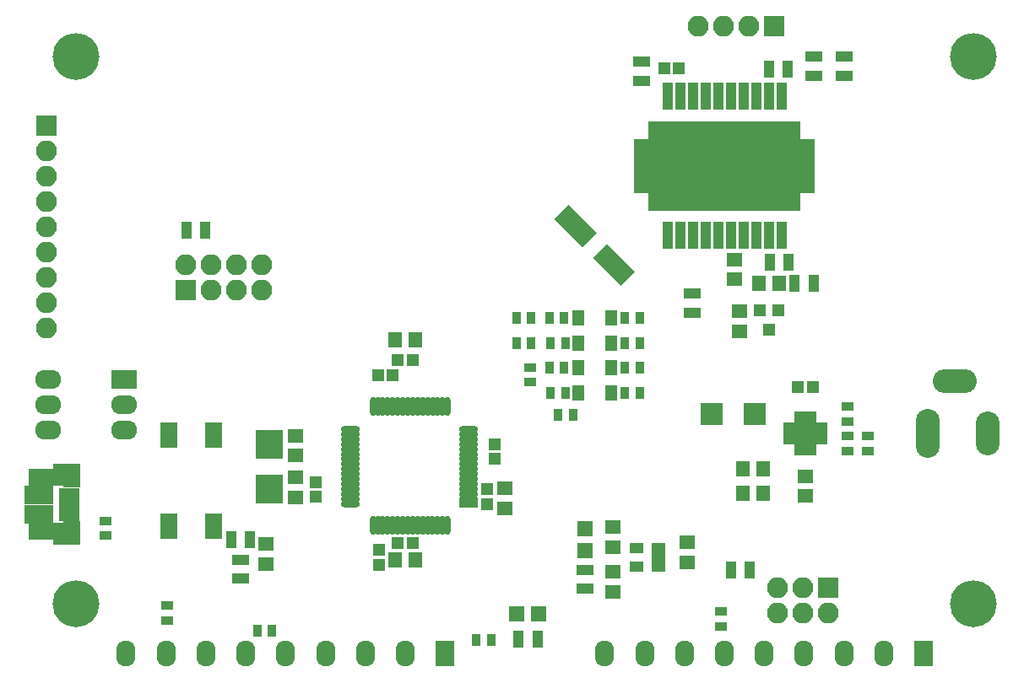
<source format=gts>
G04 #@! TF.GenerationSoftware,KiCad,Pcbnew,(2017-08-04 revision 7bf9f8e1c)-master*
G04 #@! TF.CreationDate,2019-03-18T20:52:30+01:00*
G04 #@! TF.ProjectId,pcb_ledtorus_controller,7063625F6C6564746F7275735F636F6E,rev?*
G04 #@! TF.SameCoordinates,Original*
G04 #@! TF.FileFunction,Soldermask,Top*
G04 #@! TF.FilePolarity,Negative*
%FSLAX46Y46*%
G04 Gerber Fmt 4.6, Leading zero omitted, Abs format (unit mm)*
G04 Created by KiCad (PCBNEW (2017-08-04 revision 7bf9f8e1c)-master) date Mon Mar 18 20:52:30 2019*
%MOMM*%
%LPD*%
G01*
G04 APERTURE LIST*
%ADD10C,2.000200*%
%ADD11C,0.100000*%
%ADD12C,1.350000*%
%ADD13R,15.200000X9.000000*%
%ADD14R,18.100000X5.400000*%
%ADD15R,1.100000X2.800000*%
%ADD16R,2.250000X2.300000*%
%ADD17O,2.398980X4.900880*%
%ADD18O,2.398980X4.400500*%
%ADD19O,4.400500X2.398980*%
%ADD20R,1.924000X2.599640*%
%ADD21O,1.924000X2.599640*%
%ADD22O,2.599640X1.924000*%
%ADD23R,2.599640X1.924000*%
%ADD24R,2.851100X1.700480*%
%ADD25R,1.101040X2.226260*%
%ADD26R,1.799540X2.398980*%
%ADD27R,2.899360X1.824940*%
%ADD28R,2.150060X0.798780*%
%ADD29R,2.100000X2.100000*%
%ADD30R,0.900000X2.100000*%
%ADD31R,2.100000X0.900000*%
%ADD32R,1.250000X0.700000*%
%ADD33R,0.700000X1.250000*%
%ADD34R,1.100000X1.700000*%
%ADD35R,1.300000X1.600000*%
%ADD36C,4.700000*%
%ADD37R,0.900000X1.300000*%
%ADD38R,1.799540X2.500580*%
%ADD39R,1.650000X1.400000*%
%ADD40R,1.150000X1.200000*%
%ADD41R,1.200000X1.150000*%
%ADD42R,1.400000X1.650000*%
%ADD43R,1.600000X1.600000*%
%ADD44R,1.200000X1.300000*%
%ADD45R,1.300000X0.900000*%
%ADD46R,1.700000X1.100000*%
%ADD47R,1.924000X0.648920*%
%ADD48O,1.924000X0.648920*%
%ADD49O,0.648920X1.924000*%
%ADD50R,1.460000X1.050000*%
%ADD51R,2.800000X2.900000*%
%ADD52O,2.100000X2.100000*%
G04 APERTURE END LIST*
D10*
X108945123Y-107945123D03*
D11*
G36*
X106824022Y-107238377D02*
X108238377Y-105824022D01*
X111066224Y-108651869D01*
X109651869Y-110066224D01*
X106824022Y-107238377D01*
X106824022Y-107238377D01*
G37*
D10*
X105054877Y-104054877D03*
D11*
G36*
X102933776Y-103348131D02*
X104348131Y-101933776D01*
X107175978Y-104761623D01*
X105761623Y-106175978D01*
X102933776Y-103348131D01*
X102933776Y-103348131D01*
G37*
D12*
X114000000Y-95000000D03*
X115000000Y-95000000D03*
X116000000Y-95000000D03*
X117000000Y-95000000D03*
X118000000Y-95000000D03*
X119000000Y-95000000D03*
X120000000Y-95000000D03*
X121000000Y-95000000D03*
X122000000Y-95000000D03*
X123000000Y-95000000D03*
X124000000Y-95000000D03*
X125000000Y-95000000D03*
X126000000Y-95000000D03*
X112000000Y-96000000D03*
X113000000Y-96000000D03*
X114000000Y-96000000D03*
X115000000Y-96000000D03*
X116000000Y-96000000D03*
X117000000Y-96000000D03*
X118000000Y-96000000D03*
X119000000Y-96000000D03*
X120000000Y-96000000D03*
X121000000Y-96000000D03*
X122000000Y-96000000D03*
X123000000Y-96000000D03*
X124000000Y-96000000D03*
X125000000Y-96000000D03*
X126000000Y-96000000D03*
X127000000Y-96000000D03*
X128000000Y-96000000D03*
X112000000Y-97000000D03*
X113000000Y-97000000D03*
X114000000Y-97000000D03*
X115000000Y-97000000D03*
X116000000Y-97000000D03*
X117000000Y-97000000D03*
X118000000Y-97000000D03*
X119000000Y-97000000D03*
X120000000Y-97000000D03*
X121000000Y-97000000D03*
X122000000Y-97000000D03*
X123000000Y-97000000D03*
X124000000Y-97000000D03*
X125000000Y-97000000D03*
X126000000Y-97000000D03*
X127000000Y-97000000D03*
X128000000Y-97000000D03*
X112000000Y-98000000D03*
X113000000Y-98000000D03*
X114000000Y-98000000D03*
X115000000Y-98000000D03*
X116000000Y-98000000D03*
X117000000Y-98000000D03*
X118000000Y-98000000D03*
X119000000Y-98000000D03*
X120000000Y-98000000D03*
X121000000Y-98000000D03*
X122000000Y-98000000D03*
X123000000Y-98000000D03*
X124000000Y-98000000D03*
X125000000Y-98000000D03*
X126000000Y-98000000D03*
X127000000Y-98000000D03*
X128000000Y-98000000D03*
X112000000Y-99000000D03*
X113000000Y-99000000D03*
X114000000Y-99000000D03*
X115000000Y-99000000D03*
X116000000Y-99000000D03*
X117000000Y-99000000D03*
X118000000Y-99000000D03*
X119000000Y-99000000D03*
X120000000Y-99000000D03*
X121000000Y-99000000D03*
X122000000Y-99000000D03*
X123000000Y-99000000D03*
X124000000Y-99000000D03*
X125000000Y-99000000D03*
X126000000Y-99000000D03*
X127000000Y-99000000D03*
X128000000Y-99000000D03*
X112000000Y-100000000D03*
X113000000Y-100000000D03*
X114000000Y-100000000D03*
X115000000Y-100000000D03*
X116000000Y-100000000D03*
X117000000Y-100000000D03*
X118000000Y-100000000D03*
X119000000Y-100000000D03*
X120000000Y-100000000D03*
X121000000Y-100000000D03*
X122000000Y-100000000D03*
X123000000Y-100000000D03*
X124000000Y-100000000D03*
X125000000Y-100000000D03*
X126000000Y-100000000D03*
X127000000Y-100000000D03*
X128000000Y-100000000D03*
X114000000Y-101000000D03*
X115000000Y-101000000D03*
X116000000Y-101000000D03*
X117000000Y-101000000D03*
X118000000Y-101000000D03*
X119000000Y-101000000D03*
X120000000Y-101000000D03*
X121000000Y-101000000D03*
X122000000Y-101000000D03*
X123000000Y-101000000D03*
X124000000Y-101000000D03*
X125000000Y-101000000D03*
X126000000Y-101000000D03*
D13*
X120000000Y-98000000D03*
D14*
X120000000Y-98000000D03*
D15*
X125715000Y-105000000D03*
X124445000Y-105000000D03*
X123175000Y-105000000D03*
X121905000Y-105000000D03*
X120635000Y-105000000D03*
X119365000Y-105000000D03*
X118095000Y-105000000D03*
X116825000Y-105000000D03*
X115555000Y-105000000D03*
X114285000Y-105000000D03*
X114285000Y-91000000D03*
X115555000Y-91000000D03*
X116825000Y-91000000D03*
X118095000Y-91000000D03*
X119365000Y-91000000D03*
X120635000Y-91000000D03*
X121905000Y-91000000D03*
X123175000Y-91000000D03*
X124445000Y-91000000D03*
X125715000Y-91000000D03*
D16*
X123075000Y-122900000D03*
X118725000Y-122900000D03*
D17*
X140399060Y-124900000D03*
D18*
X146401080Y-124900000D03*
D19*
X143149880Y-119599020D03*
D20*
X92000000Y-147000000D03*
D21*
X88000000Y-147000000D03*
X84000000Y-147000000D03*
X80000000Y-147000000D03*
X76000000Y-147000000D03*
X72000000Y-147000000D03*
X68000000Y-147000000D03*
X64000000Y-147000000D03*
X60000000Y-147000000D03*
D20*
X140000000Y-147000000D03*
D21*
X136000000Y-147000000D03*
X132000000Y-147000000D03*
X128000000Y-147000000D03*
X124000000Y-147000000D03*
X120000000Y-147000000D03*
X116000000Y-147000000D03*
X112000000Y-147000000D03*
X108000000Y-147000000D03*
D22*
X52190000Y-124540000D03*
X59810000Y-124540000D03*
X52190000Y-122000000D03*
X59810000Y-122000000D03*
X52190000Y-119460000D03*
D23*
X59810000Y-119460000D03*
D24*
X51649860Y-134725420D03*
D25*
X53199260Y-134987040D03*
X53199260Y-129012960D03*
D24*
X51649860Y-129274580D03*
D26*
X54530220Y-134900680D03*
X54530220Y-129099320D03*
D27*
X51251080Y-132962660D03*
X51251080Y-131037340D03*
D28*
X54324480Y-133300480D03*
X54324480Y-132650240D03*
X54324480Y-132000000D03*
X54324480Y-131349760D03*
X54324480Y-130699520D03*
D29*
X128150000Y-124900000D03*
D30*
X128150000Y-124900000D03*
D31*
X128150000Y-124900000D03*
D32*
X126550000Y-125650000D03*
X126550000Y-125150000D03*
X126550000Y-124650000D03*
X126550000Y-124150000D03*
D33*
X127400000Y-123300000D03*
X127900000Y-123300000D03*
X128400000Y-123300000D03*
X128900000Y-123300000D03*
D32*
X129750000Y-124150000D03*
X129750000Y-124650000D03*
X129750000Y-125150000D03*
X129750000Y-125650000D03*
D33*
X128900000Y-126500000D03*
X128400000Y-126500000D03*
X127900000Y-126500000D03*
X127400000Y-126500000D03*
D34*
X120650000Y-138600000D03*
X122550000Y-138600000D03*
D35*
X105350000Y-120800000D03*
X108650000Y-120800000D03*
X108650000Y-118300000D03*
X105350000Y-118300000D03*
X105350000Y-115800000D03*
X108650000Y-115800000D03*
X108650000Y-113300000D03*
X105350000Y-113300000D03*
D36*
X55000000Y-142000000D03*
X145000000Y-87000000D03*
X55000000Y-87000000D03*
X145000000Y-142000000D03*
D37*
X110050000Y-115800000D03*
X111550000Y-115800000D03*
X104050000Y-115800000D03*
X102550000Y-115800000D03*
X99150000Y-115800000D03*
X100650000Y-115800000D03*
D38*
X68750440Y-125050860D03*
X68750440Y-134149140D03*
X64249560Y-125050860D03*
X64249560Y-134149140D03*
D39*
X74000000Y-138000000D03*
X74000000Y-136000000D03*
D40*
X79000000Y-131250000D03*
X79000000Y-129750000D03*
X85400000Y-136550000D03*
X85400000Y-138050000D03*
X96200000Y-130450000D03*
X96200000Y-131950000D03*
X97000000Y-127450000D03*
X97000000Y-125950000D03*
D41*
X86750000Y-119000000D03*
X85250000Y-119000000D03*
D39*
X98000000Y-130400000D03*
X98000000Y-132400000D03*
X77000000Y-131300000D03*
X77000000Y-129300000D03*
X77000000Y-127100000D03*
X77000000Y-125100000D03*
D41*
X88750000Y-135900000D03*
X87250000Y-135900000D03*
X88750000Y-117500000D03*
X87250000Y-117500000D03*
D42*
X87000000Y-137600000D03*
X89000000Y-137600000D03*
X89000000Y-115500000D03*
X87000000Y-115500000D03*
D41*
X113950000Y-88200000D03*
X115450000Y-88200000D03*
D42*
X125500000Y-109800000D03*
X123500000Y-109800000D03*
D39*
X121500000Y-112600000D03*
X121500000Y-114600000D03*
X121000000Y-109400000D03*
X121000000Y-107400000D03*
D41*
X127350000Y-120200000D03*
X128850000Y-120200000D03*
D39*
X128150000Y-129150000D03*
X128150000Y-131150000D03*
D42*
X123900000Y-128400000D03*
X121900000Y-128400000D03*
X121900000Y-130900000D03*
X123900000Y-130900000D03*
D39*
X116300000Y-135800000D03*
X116300000Y-137800000D03*
X108800000Y-138800000D03*
X108800000Y-140800000D03*
X108800000Y-136300000D03*
X108800000Y-134300000D03*
D43*
X106000000Y-134400000D03*
X106000000Y-136600000D03*
X101400000Y-143000000D03*
X99200000Y-143000000D03*
D44*
X125450000Y-112500000D03*
X123550000Y-112500000D03*
X124500000Y-114500000D03*
D45*
X57900000Y-135150000D03*
X57900000Y-133650000D03*
D34*
X72450000Y-135500000D03*
X70550000Y-135500000D03*
D46*
X71500000Y-139450000D03*
X71500000Y-137550000D03*
X106000000Y-138550000D03*
X106000000Y-140450000D03*
D34*
X66050000Y-104500000D03*
X67950000Y-104500000D03*
X99350000Y-145500000D03*
X101250000Y-145500000D03*
D37*
X111550000Y-113300000D03*
X110050000Y-113300000D03*
X102450000Y-113300000D03*
X103950000Y-113300000D03*
X100650000Y-113300000D03*
X99150000Y-113300000D03*
D46*
X116800000Y-112750000D03*
X116800000Y-110850000D03*
X132000000Y-87050000D03*
X132000000Y-88950000D03*
X111700000Y-89450000D03*
X111700000Y-87550000D03*
D34*
X124450000Y-88300000D03*
X126350000Y-88300000D03*
X126450000Y-107700000D03*
X124550000Y-107700000D03*
D37*
X111550000Y-120800000D03*
X110050000Y-120800000D03*
X102550000Y-120800000D03*
X104050000Y-120800000D03*
X104850000Y-123000000D03*
X103350000Y-123000000D03*
X110000000Y-118300000D03*
X111500000Y-118300000D03*
X103950000Y-118300000D03*
X102450000Y-118300000D03*
D45*
X100500000Y-119750000D03*
X100500000Y-118250000D03*
D46*
X129000000Y-88950000D03*
X129000000Y-87050000D03*
D34*
X127050000Y-109800000D03*
X128950000Y-109800000D03*
D45*
X64100000Y-143650000D03*
X64100000Y-142150000D03*
D37*
X74650000Y-144700000D03*
X73150000Y-144700000D03*
X96650000Y-145600000D03*
X95150000Y-145600000D03*
D45*
X119700000Y-144250000D03*
X119700000Y-142750000D03*
X132400000Y-123650000D03*
X132400000Y-122150000D03*
X132400000Y-125150000D03*
X132400000Y-126650000D03*
X134400000Y-126650000D03*
X134400000Y-125150000D03*
D47*
X94369940Y-131949040D03*
D48*
X94369940Y-131448660D03*
X94369940Y-130948280D03*
X94369940Y-130447900D03*
X94369940Y-129947520D03*
X94369940Y-129449680D03*
X94369940Y-128949300D03*
X94369940Y-128448920D03*
X94369940Y-127948540D03*
X94369940Y-127448160D03*
X94369940Y-126947780D03*
X94369940Y-126449940D03*
X94369940Y-125949560D03*
X94369940Y-125449180D03*
X94369940Y-124948800D03*
X94369940Y-124448420D03*
D49*
X92249040Y-122167500D03*
X91748660Y-122167500D03*
X91248280Y-122167500D03*
X90747900Y-122167500D03*
X90247520Y-122167500D03*
X89749680Y-122167500D03*
X89249300Y-122167500D03*
X88748920Y-122167500D03*
X88248540Y-122167500D03*
X87748160Y-122167500D03*
X87247780Y-122167500D03*
X86749940Y-122167500D03*
X86249560Y-122167500D03*
X85749180Y-122167500D03*
X85248800Y-122167500D03*
X84748420Y-122167500D03*
D48*
X82467500Y-124448420D03*
X82467500Y-124948800D03*
X82467500Y-125449180D03*
X82467500Y-125949560D03*
X82467500Y-126449940D03*
X82467500Y-126947780D03*
X82467500Y-127448160D03*
X82467500Y-127948540D03*
X82467500Y-128448920D03*
X82467500Y-128949300D03*
X82467500Y-129449680D03*
X82467500Y-129947520D03*
X82467500Y-130447900D03*
X82467500Y-130948280D03*
X82467500Y-131448660D03*
X82467500Y-131949040D03*
D49*
X84748420Y-134069940D03*
X85248800Y-134069940D03*
X86249560Y-134069940D03*
X85749180Y-134087720D03*
X86749940Y-134069940D03*
X87247780Y-134069940D03*
X87748160Y-134069940D03*
X88248540Y-134069940D03*
X88748920Y-134069940D03*
X89249300Y-134069940D03*
X89742060Y-134069940D03*
X90242440Y-134069940D03*
X90742820Y-134069940D03*
X91243200Y-134069940D03*
X91741040Y-134069940D03*
X92241420Y-134069940D03*
D50*
X113400000Y-138250000D03*
X113400000Y-137300000D03*
X113400000Y-136350000D03*
X111200000Y-136350000D03*
X111200000Y-138250000D03*
D51*
X74400000Y-130450000D03*
X74400000Y-125950000D03*
D29*
X125000000Y-84000000D03*
D52*
X122460000Y-84000000D03*
X119920000Y-84000000D03*
X117380000Y-84000000D03*
D29*
X66000000Y-110500000D03*
D52*
X66000000Y-107960000D03*
X68540000Y-110500000D03*
X68540000Y-107960000D03*
X71080000Y-110500000D03*
X71080000Y-107960000D03*
X73620000Y-110500000D03*
X73620000Y-107960000D03*
D29*
X52000000Y-94000000D03*
D52*
X52000000Y-96540000D03*
X52000000Y-99080000D03*
X52000000Y-101620000D03*
X52000000Y-104160000D03*
X52000000Y-106700000D03*
X52000000Y-109240000D03*
X52000000Y-111780000D03*
X52000000Y-114320000D03*
D29*
X130400000Y-140400000D03*
D52*
X130400000Y-142940000D03*
X127860000Y-140400000D03*
X127860000Y-142940000D03*
X125320000Y-140400000D03*
X125320000Y-142940000D03*
M02*

</source>
